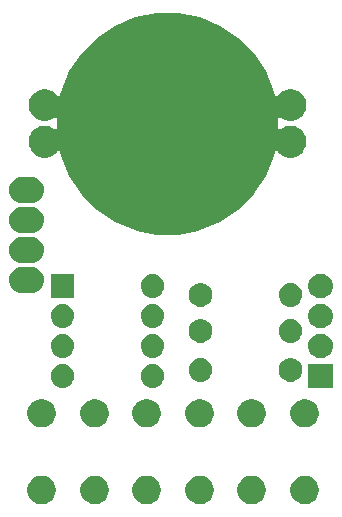
<source format=gbr>
G04 #@! TF.GenerationSoftware,KiCad,Pcbnew,(5.0.1)-4*
G04 #@! TF.CreationDate,2018-12-10T10:24:33+00:00*
G04 #@! TF.ProjectId,tinytetris,74696E797465747269732E6B69636164,rev?*
G04 #@! TF.SameCoordinates,Original*
G04 #@! TF.FileFunction,Soldermask,Top*
G04 #@! TF.FilePolarity,Negative*
%FSLAX46Y46*%
G04 Gerber Fmt 4.6, Leading zero omitted, Abs format (unit mm)*
G04 Created by KiCad (PCBNEW (5.0.1)-4) date 10/12/2018 10:24:33*
%MOMM*%
%LPD*%
G01*
G04 APERTURE LIST*
%ADD10C,0.100000*%
G04 APERTURE END LIST*
D10*
G36*
X164108026Y-112130115D02*
X164326412Y-112220573D01*
X164522958Y-112351901D01*
X164690099Y-112519042D01*
X164821427Y-112715588D01*
X164911885Y-112933974D01*
X164958000Y-113165809D01*
X164958000Y-113402191D01*
X164911885Y-113634026D01*
X164821427Y-113852412D01*
X164690099Y-114048958D01*
X164522958Y-114216099D01*
X164326412Y-114347427D01*
X164108026Y-114437885D01*
X163876191Y-114484000D01*
X163639809Y-114484000D01*
X163407974Y-114437885D01*
X163189588Y-114347427D01*
X162993042Y-114216099D01*
X162825901Y-114048958D01*
X162694573Y-113852412D01*
X162604115Y-113634026D01*
X162558000Y-113402191D01*
X162558000Y-113165809D01*
X162604115Y-112933974D01*
X162694573Y-112715588D01*
X162825901Y-112519042D01*
X162993042Y-112351901D01*
X163189588Y-112220573D01*
X163407974Y-112130115D01*
X163639809Y-112084000D01*
X163876191Y-112084000D01*
X164108026Y-112130115D01*
X164108026Y-112130115D01*
G37*
G36*
X159608026Y-112130115D02*
X159826412Y-112220573D01*
X160022958Y-112351901D01*
X160190099Y-112519042D01*
X160321427Y-112715588D01*
X160411885Y-112933974D01*
X160458000Y-113165809D01*
X160458000Y-113402191D01*
X160411885Y-113634026D01*
X160321427Y-113852412D01*
X160190099Y-114048958D01*
X160022958Y-114216099D01*
X159826412Y-114347427D01*
X159608026Y-114437885D01*
X159376191Y-114484000D01*
X159139809Y-114484000D01*
X158907974Y-114437885D01*
X158689588Y-114347427D01*
X158493042Y-114216099D01*
X158325901Y-114048958D01*
X158194573Y-113852412D01*
X158104115Y-113634026D01*
X158058000Y-113402191D01*
X158058000Y-113165809D01*
X158104115Y-112933974D01*
X158194573Y-112715588D01*
X158325901Y-112519042D01*
X158493042Y-112351901D01*
X158689588Y-112220573D01*
X158907974Y-112130115D01*
X159139809Y-112084000D01*
X159376191Y-112084000D01*
X159608026Y-112130115D01*
X159608026Y-112130115D01*
G37*
G36*
X141828026Y-112130115D02*
X142046412Y-112220573D01*
X142242958Y-112351901D01*
X142410099Y-112519042D01*
X142541427Y-112715588D01*
X142631885Y-112933974D01*
X142678000Y-113165809D01*
X142678000Y-113402191D01*
X142631885Y-113634026D01*
X142541427Y-113852412D01*
X142410099Y-114048958D01*
X142242958Y-114216099D01*
X142046412Y-114347427D01*
X141828026Y-114437885D01*
X141596191Y-114484000D01*
X141359809Y-114484000D01*
X141127974Y-114437885D01*
X140909588Y-114347427D01*
X140713042Y-114216099D01*
X140545901Y-114048958D01*
X140414573Y-113852412D01*
X140324115Y-113634026D01*
X140278000Y-113402191D01*
X140278000Y-113165809D01*
X140324115Y-112933974D01*
X140414573Y-112715588D01*
X140545901Y-112519042D01*
X140713042Y-112351901D01*
X140909588Y-112220573D01*
X141127974Y-112130115D01*
X141359809Y-112084000D01*
X141596191Y-112084000D01*
X141828026Y-112130115D01*
X141828026Y-112130115D01*
G37*
G36*
X146328026Y-112130115D02*
X146546412Y-112220573D01*
X146742958Y-112351901D01*
X146910099Y-112519042D01*
X147041427Y-112715588D01*
X147131885Y-112933974D01*
X147178000Y-113165809D01*
X147178000Y-113402191D01*
X147131885Y-113634026D01*
X147041427Y-113852412D01*
X146910099Y-114048958D01*
X146742958Y-114216099D01*
X146546412Y-114347427D01*
X146328026Y-114437885D01*
X146096191Y-114484000D01*
X145859809Y-114484000D01*
X145627974Y-114437885D01*
X145409588Y-114347427D01*
X145213042Y-114216099D01*
X145045901Y-114048958D01*
X144914573Y-113852412D01*
X144824115Y-113634026D01*
X144778000Y-113402191D01*
X144778000Y-113165809D01*
X144824115Y-112933974D01*
X144914573Y-112715588D01*
X145045901Y-112519042D01*
X145213042Y-112351901D01*
X145409588Y-112220573D01*
X145627974Y-112130115D01*
X145859809Y-112084000D01*
X146096191Y-112084000D01*
X146328026Y-112130115D01*
X146328026Y-112130115D01*
G37*
G36*
X150718026Y-112130115D02*
X150936412Y-112220573D01*
X151132958Y-112351901D01*
X151300099Y-112519042D01*
X151431427Y-112715588D01*
X151521885Y-112933974D01*
X151568000Y-113165809D01*
X151568000Y-113402191D01*
X151521885Y-113634026D01*
X151431427Y-113852412D01*
X151300099Y-114048958D01*
X151132958Y-114216099D01*
X150936412Y-114347427D01*
X150718026Y-114437885D01*
X150486191Y-114484000D01*
X150249809Y-114484000D01*
X150017974Y-114437885D01*
X149799588Y-114347427D01*
X149603042Y-114216099D01*
X149435901Y-114048958D01*
X149304573Y-113852412D01*
X149214115Y-113634026D01*
X149168000Y-113402191D01*
X149168000Y-113165809D01*
X149214115Y-112933974D01*
X149304573Y-112715588D01*
X149435901Y-112519042D01*
X149603042Y-112351901D01*
X149799588Y-112220573D01*
X150017974Y-112130115D01*
X150249809Y-112084000D01*
X150486191Y-112084000D01*
X150718026Y-112130115D01*
X150718026Y-112130115D01*
G37*
G36*
X155218026Y-112130115D02*
X155436412Y-112220573D01*
X155632958Y-112351901D01*
X155800099Y-112519042D01*
X155931427Y-112715588D01*
X156021885Y-112933974D01*
X156068000Y-113165809D01*
X156068000Y-113402191D01*
X156021885Y-113634026D01*
X155931427Y-113852412D01*
X155800099Y-114048958D01*
X155632958Y-114216099D01*
X155436412Y-114347427D01*
X155218026Y-114437885D01*
X154986191Y-114484000D01*
X154749809Y-114484000D01*
X154517974Y-114437885D01*
X154299588Y-114347427D01*
X154103042Y-114216099D01*
X153935901Y-114048958D01*
X153804573Y-113852412D01*
X153714115Y-113634026D01*
X153668000Y-113402191D01*
X153668000Y-113165809D01*
X153714115Y-112933974D01*
X153804573Y-112715588D01*
X153935901Y-112519042D01*
X154103042Y-112351901D01*
X154299588Y-112220573D01*
X154517974Y-112130115D01*
X154749809Y-112084000D01*
X154986191Y-112084000D01*
X155218026Y-112130115D01*
X155218026Y-112130115D01*
G37*
G36*
X150718026Y-105630115D02*
X150936412Y-105720573D01*
X151132958Y-105851901D01*
X151300099Y-106019042D01*
X151431427Y-106215588D01*
X151521885Y-106433974D01*
X151568000Y-106665809D01*
X151568000Y-106902191D01*
X151521885Y-107134026D01*
X151431427Y-107352412D01*
X151300099Y-107548958D01*
X151132958Y-107716099D01*
X150936412Y-107847427D01*
X150718026Y-107937885D01*
X150486191Y-107984000D01*
X150249809Y-107984000D01*
X150017974Y-107937885D01*
X149799588Y-107847427D01*
X149603042Y-107716099D01*
X149435901Y-107548958D01*
X149304573Y-107352412D01*
X149214115Y-107134026D01*
X149168000Y-106902191D01*
X149168000Y-106665809D01*
X149214115Y-106433974D01*
X149304573Y-106215588D01*
X149435901Y-106019042D01*
X149603042Y-105851901D01*
X149799588Y-105720573D01*
X150017974Y-105630115D01*
X150249809Y-105584000D01*
X150486191Y-105584000D01*
X150718026Y-105630115D01*
X150718026Y-105630115D01*
G37*
G36*
X155218026Y-105630115D02*
X155436412Y-105720573D01*
X155632958Y-105851901D01*
X155800099Y-106019042D01*
X155931427Y-106215588D01*
X156021885Y-106433974D01*
X156068000Y-106665809D01*
X156068000Y-106902191D01*
X156021885Y-107134026D01*
X155931427Y-107352412D01*
X155800099Y-107548958D01*
X155632958Y-107716099D01*
X155436412Y-107847427D01*
X155218026Y-107937885D01*
X154986191Y-107984000D01*
X154749809Y-107984000D01*
X154517974Y-107937885D01*
X154299588Y-107847427D01*
X154103042Y-107716099D01*
X153935901Y-107548958D01*
X153804573Y-107352412D01*
X153714115Y-107134026D01*
X153668000Y-106902191D01*
X153668000Y-106665809D01*
X153714115Y-106433974D01*
X153804573Y-106215588D01*
X153935901Y-106019042D01*
X154103042Y-105851901D01*
X154299588Y-105720573D01*
X154517974Y-105630115D01*
X154749809Y-105584000D01*
X154986191Y-105584000D01*
X155218026Y-105630115D01*
X155218026Y-105630115D01*
G37*
G36*
X164108026Y-105630115D02*
X164326412Y-105720573D01*
X164522958Y-105851901D01*
X164690099Y-106019042D01*
X164821427Y-106215588D01*
X164911885Y-106433974D01*
X164958000Y-106665809D01*
X164958000Y-106902191D01*
X164911885Y-107134026D01*
X164821427Y-107352412D01*
X164690099Y-107548958D01*
X164522958Y-107716099D01*
X164326412Y-107847427D01*
X164108026Y-107937885D01*
X163876191Y-107984000D01*
X163639809Y-107984000D01*
X163407974Y-107937885D01*
X163189588Y-107847427D01*
X162993042Y-107716099D01*
X162825901Y-107548958D01*
X162694573Y-107352412D01*
X162604115Y-107134026D01*
X162558000Y-106902191D01*
X162558000Y-106665809D01*
X162604115Y-106433974D01*
X162694573Y-106215588D01*
X162825901Y-106019042D01*
X162993042Y-105851901D01*
X163189588Y-105720573D01*
X163407974Y-105630115D01*
X163639809Y-105584000D01*
X163876191Y-105584000D01*
X164108026Y-105630115D01*
X164108026Y-105630115D01*
G37*
G36*
X159608026Y-105630115D02*
X159826412Y-105720573D01*
X160022958Y-105851901D01*
X160190099Y-106019042D01*
X160321427Y-106215588D01*
X160411885Y-106433974D01*
X160458000Y-106665809D01*
X160458000Y-106902191D01*
X160411885Y-107134026D01*
X160321427Y-107352412D01*
X160190099Y-107548958D01*
X160022958Y-107716099D01*
X159826412Y-107847427D01*
X159608026Y-107937885D01*
X159376191Y-107984000D01*
X159139809Y-107984000D01*
X158907974Y-107937885D01*
X158689588Y-107847427D01*
X158493042Y-107716099D01*
X158325901Y-107548958D01*
X158194573Y-107352412D01*
X158104115Y-107134026D01*
X158058000Y-106902191D01*
X158058000Y-106665809D01*
X158104115Y-106433974D01*
X158194573Y-106215588D01*
X158325901Y-106019042D01*
X158493042Y-105851901D01*
X158689588Y-105720573D01*
X158907974Y-105630115D01*
X159139809Y-105584000D01*
X159376191Y-105584000D01*
X159608026Y-105630115D01*
X159608026Y-105630115D01*
G37*
G36*
X146328026Y-105630115D02*
X146546412Y-105720573D01*
X146742958Y-105851901D01*
X146910099Y-106019042D01*
X147041427Y-106215588D01*
X147131885Y-106433974D01*
X147178000Y-106665809D01*
X147178000Y-106902191D01*
X147131885Y-107134026D01*
X147041427Y-107352412D01*
X146910099Y-107548958D01*
X146742958Y-107716099D01*
X146546412Y-107847427D01*
X146328026Y-107937885D01*
X146096191Y-107984000D01*
X145859809Y-107984000D01*
X145627974Y-107937885D01*
X145409588Y-107847427D01*
X145213042Y-107716099D01*
X145045901Y-107548958D01*
X144914573Y-107352412D01*
X144824115Y-107134026D01*
X144778000Y-106902191D01*
X144778000Y-106665809D01*
X144824115Y-106433974D01*
X144914573Y-106215588D01*
X145045901Y-106019042D01*
X145213042Y-105851901D01*
X145409588Y-105720573D01*
X145627974Y-105630115D01*
X145859809Y-105584000D01*
X146096191Y-105584000D01*
X146328026Y-105630115D01*
X146328026Y-105630115D01*
G37*
G36*
X141828026Y-105630115D02*
X142046412Y-105720573D01*
X142242958Y-105851901D01*
X142410099Y-106019042D01*
X142541427Y-106215588D01*
X142631885Y-106433974D01*
X142678000Y-106665809D01*
X142678000Y-106902191D01*
X142631885Y-107134026D01*
X142541427Y-107352412D01*
X142410099Y-107548958D01*
X142242958Y-107716099D01*
X142046412Y-107847427D01*
X141828026Y-107937885D01*
X141596191Y-107984000D01*
X141359809Y-107984000D01*
X141127974Y-107937885D01*
X140909588Y-107847427D01*
X140713042Y-107716099D01*
X140545901Y-107548958D01*
X140414573Y-107352412D01*
X140324115Y-107134026D01*
X140278000Y-106902191D01*
X140278000Y-106665809D01*
X140324115Y-106433974D01*
X140414573Y-106215588D01*
X140545901Y-106019042D01*
X140713042Y-105851901D01*
X140909588Y-105720573D01*
X141127974Y-105630115D01*
X141359809Y-105584000D01*
X141596191Y-105584000D01*
X141828026Y-105630115D01*
X141828026Y-105630115D01*
G37*
G36*
X166150000Y-104682000D02*
X164050000Y-104682000D01*
X164050000Y-102582000D01*
X166150000Y-102582000D01*
X166150000Y-104682000D01*
X166150000Y-104682000D01*
G37*
G36*
X143452030Y-102646469D02*
X143452033Y-102646470D01*
X143452034Y-102646470D01*
X143640535Y-102703651D01*
X143640537Y-102703652D01*
X143814260Y-102796509D01*
X143966528Y-102921472D01*
X144091491Y-103073740D01*
X144171000Y-103222491D01*
X144184349Y-103247465D01*
X144235378Y-103415686D01*
X144241531Y-103435970D01*
X144260838Y-103632000D01*
X144241531Y-103828030D01*
X144241530Y-103828033D01*
X144241530Y-103828034D01*
X144201653Y-103959492D01*
X144184348Y-104016537D01*
X144091491Y-104190260D01*
X143966528Y-104342528D01*
X143814260Y-104467491D01*
X143814258Y-104467492D01*
X143640535Y-104560349D01*
X143452034Y-104617530D01*
X143452033Y-104617530D01*
X143452030Y-104617531D01*
X143305124Y-104632000D01*
X143206876Y-104632000D01*
X143059970Y-104617531D01*
X143059967Y-104617530D01*
X143059966Y-104617530D01*
X142871465Y-104560349D01*
X142697742Y-104467492D01*
X142697740Y-104467491D01*
X142545472Y-104342528D01*
X142420509Y-104190260D01*
X142327652Y-104016537D01*
X142310348Y-103959492D01*
X142270470Y-103828034D01*
X142270470Y-103828033D01*
X142270469Y-103828030D01*
X142251162Y-103632000D01*
X142270469Y-103435970D01*
X142276622Y-103415686D01*
X142327651Y-103247465D01*
X142341000Y-103222491D01*
X142420509Y-103073740D01*
X142545472Y-102921472D01*
X142697740Y-102796509D01*
X142871463Y-102703652D01*
X142871465Y-102703651D01*
X143059966Y-102646470D01*
X143059967Y-102646470D01*
X143059970Y-102646469D01*
X143206876Y-102632000D01*
X143305124Y-102632000D01*
X143452030Y-102646469D01*
X143452030Y-102646469D01*
G37*
G36*
X151072030Y-102646469D02*
X151072033Y-102646470D01*
X151072034Y-102646470D01*
X151260535Y-102703651D01*
X151260537Y-102703652D01*
X151434260Y-102796509D01*
X151586528Y-102921472D01*
X151711491Y-103073740D01*
X151791000Y-103222491D01*
X151804349Y-103247465D01*
X151855378Y-103415686D01*
X151861531Y-103435970D01*
X151880838Y-103632000D01*
X151861531Y-103828030D01*
X151861530Y-103828033D01*
X151861530Y-103828034D01*
X151821653Y-103959492D01*
X151804348Y-104016537D01*
X151711491Y-104190260D01*
X151586528Y-104342528D01*
X151434260Y-104467491D01*
X151434258Y-104467492D01*
X151260535Y-104560349D01*
X151072034Y-104617530D01*
X151072033Y-104617530D01*
X151072030Y-104617531D01*
X150925124Y-104632000D01*
X150826876Y-104632000D01*
X150679970Y-104617531D01*
X150679967Y-104617530D01*
X150679966Y-104617530D01*
X150491465Y-104560349D01*
X150317742Y-104467492D01*
X150317740Y-104467491D01*
X150165472Y-104342528D01*
X150040509Y-104190260D01*
X149947652Y-104016537D01*
X149930348Y-103959492D01*
X149890470Y-103828034D01*
X149890470Y-103828033D01*
X149890469Y-103828030D01*
X149871162Y-103632000D01*
X149890469Y-103435970D01*
X149896622Y-103415686D01*
X149947651Y-103247465D01*
X149961000Y-103222491D01*
X150040509Y-103073740D01*
X150165472Y-102921472D01*
X150317740Y-102796509D01*
X150491463Y-102703652D01*
X150491465Y-102703651D01*
X150679966Y-102646470D01*
X150679967Y-102646470D01*
X150679970Y-102646469D01*
X150826876Y-102632000D01*
X150925124Y-102632000D01*
X151072030Y-102646469D01*
X151072030Y-102646469D01*
G37*
G36*
X155136030Y-102138469D02*
X155136033Y-102138470D01*
X155136034Y-102138470D01*
X155324535Y-102195651D01*
X155324537Y-102195652D01*
X155498260Y-102288509D01*
X155650528Y-102413472D01*
X155775491Y-102565740D01*
X155775492Y-102565742D01*
X155868349Y-102739465D01*
X155885653Y-102796509D01*
X155925531Y-102927970D01*
X155944838Y-103124000D01*
X155925531Y-103320030D01*
X155925530Y-103320033D01*
X155925530Y-103320034D01*
X155890363Y-103435966D01*
X155868348Y-103508537D01*
X155775491Y-103682260D01*
X155650528Y-103834528D01*
X155498260Y-103959491D01*
X155324537Y-104052348D01*
X155324535Y-104052349D01*
X155136034Y-104109530D01*
X155136033Y-104109530D01*
X155136030Y-104109531D01*
X154989124Y-104124000D01*
X154890876Y-104124000D01*
X154743970Y-104109531D01*
X154743967Y-104109530D01*
X154743966Y-104109530D01*
X154555465Y-104052349D01*
X154555463Y-104052348D01*
X154381740Y-103959491D01*
X154229472Y-103834528D01*
X154104509Y-103682260D01*
X154011652Y-103508537D01*
X153989638Y-103435966D01*
X153954470Y-103320034D01*
X153954470Y-103320033D01*
X153954469Y-103320030D01*
X153935162Y-103124000D01*
X153954469Y-102927970D01*
X153994347Y-102796509D01*
X154011651Y-102739465D01*
X154104508Y-102565742D01*
X154104509Y-102565740D01*
X154229472Y-102413472D01*
X154381740Y-102288509D01*
X154555463Y-102195652D01*
X154555465Y-102195651D01*
X154743966Y-102138470D01*
X154743967Y-102138470D01*
X154743970Y-102138469D01*
X154890876Y-102124000D01*
X154989124Y-102124000D01*
X155136030Y-102138469D01*
X155136030Y-102138469D01*
G37*
G36*
X162735770Y-102139372D02*
X162851689Y-102162429D01*
X163033678Y-102237811D01*
X163197463Y-102347249D01*
X163336751Y-102486537D01*
X163446189Y-102650322D01*
X163521571Y-102832311D01*
X163544628Y-102948230D01*
X163560000Y-103025507D01*
X163560000Y-103222493D01*
X163544628Y-103299770D01*
X163521571Y-103415689D01*
X163446189Y-103597678D01*
X163336751Y-103761463D01*
X163197463Y-103900751D01*
X163033678Y-104010189D01*
X162851689Y-104085571D01*
X162735770Y-104108628D01*
X162658493Y-104124000D01*
X162461507Y-104124000D01*
X162384230Y-104108628D01*
X162268311Y-104085571D01*
X162086322Y-104010189D01*
X161922537Y-103900751D01*
X161783249Y-103761463D01*
X161673811Y-103597678D01*
X161598429Y-103415689D01*
X161575372Y-103299770D01*
X161560000Y-103222493D01*
X161560000Y-103025507D01*
X161575372Y-102948230D01*
X161598429Y-102832311D01*
X161673811Y-102650322D01*
X161783249Y-102486537D01*
X161922537Y-102347249D01*
X162086322Y-102237811D01*
X162268311Y-102162429D01*
X162384230Y-102139372D01*
X162461507Y-102124000D01*
X162658493Y-102124000D01*
X162735770Y-102139372D01*
X162735770Y-102139372D01*
G37*
G36*
X165228707Y-100049596D02*
X165305836Y-100057193D01*
X165437787Y-100097220D01*
X165503763Y-100117233D01*
X165686172Y-100214733D01*
X165846054Y-100345946D01*
X165977267Y-100505828D01*
X166074767Y-100688237D01*
X166080819Y-100708189D01*
X166134807Y-100886164D01*
X166155080Y-101092000D01*
X166134807Y-101297836D01*
X166094780Y-101429787D01*
X166074767Y-101495763D01*
X165977267Y-101678172D01*
X165846054Y-101838054D01*
X165686172Y-101969267D01*
X165503763Y-102066767D01*
X165468281Y-102077530D01*
X165305836Y-102126807D01*
X165228707Y-102134403D01*
X165151580Y-102142000D01*
X165048420Y-102142000D01*
X164971293Y-102134404D01*
X164894164Y-102126807D01*
X164731719Y-102077530D01*
X164696237Y-102066767D01*
X164513828Y-101969267D01*
X164353946Y-101838054D01*
X164222733Y-101678172D01*
X164125233Y-101495763D01*
X164105220Y-101429787D01*
X164065193Y-101297836D01*
X164044920Y-101092000D01*
X164065193Y-100886164D01*
X164119181Y-100708189D01*
X164125233Y-100688237D01*
X164222733Y-100505828D01*
X164353946Y-100345946D01*
X164513828Y-100214733D01*
X164696237Y-100117233D01*
X164762213Y-100097220D01*
X164894164Y-100057193D01*
X164971293Y-100049596D01*
X165048420Y-100042000D01*
X165151580Y-100042000D01*
X165228707Y-100049596D01*
X165228707Y-100049596D01*
G37*
G36*
X143452030Y-100106469D02*
X143452033Y-100106470D01*
X143452034Y-100106470D01*
X143640535Y-100163651D01*
X143640537Y-100163652D01*
X143814260Y-100256509D01*
X143966528Y-100381472D01*
X144091491Y-100533740D01*
X144091492Y-100533742D01*
X144184349Y-100707465D01*
X144238557Y-100886166D01*
X144241531Y-100895970D01*
X144260838Y-101092000D01*
X144241531Y-101288030D01*
X144241530Y-101288033D01*
X144241530Y-101288034D01*
X144238557Y-101297836D01*
X144184348Y-101476537D01*
X144091491Y-101650260D01*
X143966528Y-101802528D01*
X143814260Y-101927491D01*
X143814258Y-101927492D01*
X143640535Y-102020349D01*
X143452034Y-102077530D01*
X143452033Y-102077530D01*
X143452030Y-102077531D01*
X143305124Y-102092000D01*
X143206876Y-102092000D01*
X143059970Y-102077531D01*
X143059967Y-102077530D01*
X143059966Y-102077530D01*
X142871465Y-102020349D01*
X142697742Y-101927492D01*
X142697740Y-101927491D01*
X142545472Y-101802528D01*
X142420509Y-101650260D01*
X142327652Y-101476537D01*
X142273444Y-101297836D01*
X142270470Y-101288034D01*
X142270470Y-101288033D01*
X142270469Y-101288030D01*
X142251162Y-101092000D01*
X142270469Y-100895970D01*
X142273443Y-100886166D01*
X142327651Y-100707465D01*
X142420508Y-100533742D01*
X142420509Y-100533740D01*
X142545472Y-100381472D01*
X142697740Y-100256509D01*
X142871463Y-100163652D01*
X142871465Y-100163651D01*
X143059966Y-100106470D01*
X143059967Y-100106470D01*
X143059970Y-100106469D01*
X143206876Y-100092000D01*
X143305124Y-100092000D01*
X143452030Y-100106469D01*
X143452030Y-100106469D01*
G37*
G36*
X151072030Y-100106469D02*
X151072033Y-100106470D01*
X151072034Y-100106470D01*
X151260535Y-100163651D01*
X151260537Y-100163652D01*
X151434260Y-100256509D01*
X151586528Y-100381472D01*
X151711491Y-100533740D01*
X151711492Y-100533742D01*
X151804349Y-100707465D01*
X151858557Y-100886166D01*
X151861531Y-100895970D01*
X151880838Y-101092000D01*
X151861531Y-101288030D01*
X151861530Y-101288033D01*
X151861530Y-101288034D01*
X151858557Y-101297836D01*
X151804348Y-101476537D01*
X151711491Y-101650260D01*
X151586528Y-101802528D01*
X151434260Y-101927491D01*
X151434258Y-101927492D01*
X151260535Y-102020349D01*
X151072034Y-102077530D01*
X151072033Y-102077530D01*
X151072030Y-102077531D01*
X150925124Y-102092000D01*
X150826876Y-102092000D01*
X150679970Y-102077531D01*
X150679967Y-102077530D01*
X150679966Y-102077530D01*
X150491465Y-102020349D01*
X150317742Y-101927492D01*
X150317740Y-101927491D01*
X150165472Y-101802528D01*
X150040509Y-101650260D01*
X149947652Y-101476537D01*
X149893444Y-101297836D01*
X149890470Y-101288034D01*
X149890470Y-101288033D01*
X149890469Y-101288030D01*
X149871162Y-101092000D01*
X149890469Y-100895970D01*
X149893443Y-100886166D01*
X149947651Y-100707465D01*
X150040508Y-100533742D01*
X150040509Y-100533740D01*
X150165472Y-100381472D01*
X150317740Y-100256509D01*
X150491463Y-100163652D01*
X150491465Y-100163651D01*
X150679966Y-100106470D01*
X150679967Y-100106470D01*
X150679970Y-100106469D01*
X150826876Y-100092000D01*
X150925124Y-100092000D01*
X151072030Y-100106469D01*
X151072030Y-100106469D01*
G37*
G36*
X162756030Y-98836469D02*
X162756033Y-98836470D01*
X162756034Y-98836470D01*
X162944535Y-98893651D01*
X162944537Y-98893652D01*
X163118260Y-98986509D01*
X163270528Y-99111472D01*
X163395491Y-99263740D01*
X163395492Y-99263742D01*
X163488349Y-99437465D01*
X163533651Y-99586807D01*
X163545531Y-99625970D01*
X163564838Y-99822000D01*
X163545531Y-100018030D01*
X163545530Y-100018033D01*
X163545530Y-100018034D01*
X163501358Y-100163651D01*
X163488348Y-100206537D01*
X163395491Y-100380260D01*
X163270528Y-100532528D01*
X163118260Y-100657491D01*
X163118258Y-100657492D01*
X162944535Y-100750349D01*
X162756034Y-100807530D01*
X162756033Y-100807530D01*
X162756030Y-100807531D01*
X162609124Y-100822000D01*
X162510876Y-100822000D01*
X162363970Y-100807531D01*
X162363967Y-100807530D01*
X162363966Y-100807530D01*
X162175465Y-100750349D01*
X162001742Y-100657492D01*
X162001740Y-100657491D01*
X161849472Y-100532528D01*
X161724509Y-100380260D01*
X161631652Y-100206537D01*
X161618643Y-100163651D01*
X161574470Y-100018034D01*
X161574470Y-100018033D01*
X161574469Y-100018030D01*
X161555162Y-99822000D01*
X161574469Y-99625970D01*
X161586349Y-99586807D01*
X161631651Y-99437465D01*
X161724508Y-99263742D01*
X161724509Y-99263740D01*
X161849472Y-99111472D01*
X162001740Y-98986509D01*
X162175463Y-98893652D01*
X162175465Y-98893651D01*
X162363966Y-98836470D01*
X162363967Y-98836470D01*
X162363970Y-98836469D01*
X162510876Y-98822000D01*
X162609124Y-98822000D01*
X162756030Y-98836469D01*
X162756030Y-98836469D01*
G37*
G36*
X155115770Y-98837372D02*
X155231689Y-98860429D01*
X155413678Y-98935811D01*
X155577463Y-99045249D01*
X155716751Y-99184537D01*
X155826189Y-99348322D01*
X155901571Y-99530311D01*
X155940000Y-99723509D01*
X155940000Y-99920491D01*
X155901571Y-100113689D01*
X155826189Y-100295678D01*
X155716751Y-100459463D01*
X155577463Y-100598751D01*
X155413678Y-100708189D01*
X155231689Y-100783571D01*
X155115770Y-100806628D01*
X155038493Y-100822000D01*
X154841507Y-100822000D01*
X154764230Y-100806628D01*
X154648311Y-100783571D01*
X154466322Y-100708189D01*
X154302537Y-100598751D01*
X154163249Y-100459463D01*
X154053811Y-100295678D01*
X153978429Y-100113689D01*
X153940000Y-99920491D01*
X153940000Y-99723509D01*
X153978429Y-99530311D01*
X154053811Y-99348322D01*
X154163249Y-99184537D01*
X154302537Y-99045249D01*
X154466322Y-98935811D01*
X154648311Y-98860429D01*
X154764230Y-98837372D01*
X154841507Y-98822000D01*
X155038493Y-98822000D01*
X155115770Y-98837372D01*
X155115770Y-98837372D01*
G37*
G36*
X165228707Y-97509596D02*
X165305836Y-97517193D01*
X165437787Y-97557220D01*
X165503763Y-97577233D01*
X165686172Y-97674733D01*
X165846054Y-97805946D01*
X165977267Y-97965828D01*
X166074767Y-98148237D01*
X166094780Y-98214213D01*
X166134807Y-98346164D01*
X166155080Y-98552000D01*
X166134807Y-98757836D01*
X166103686Y-98860429D01*
X166074767Y-98955763D01*
X165977267Y-99138172D01*
X165846054Y-99298054D01*
X165686172Y-99429267D01*
X165503763Y-99526767D01*
X165468281Y-99537530D01*
X165305836Y-99586807D01*
X165228707Y-99594403D01*
X165151580Y-99602000D01*
X165048420Y-99602000D01*
X164971293Y-99594403D01*
X164894164Y-99586807D01*
X164731719Y-99537530D01*
X164696237Y-99526767D01*
X164513828Y-99429267D01*
X164353946Y-99298054D01*
X164222733Y-99138172D01*
X164125233Y-98955763D01*
X164096314Y-98860429D01*
X164065193Y-98757836D01*
X164044920Y-98552000D01*
X164065193Y-98346164D01*
X164105220Y-98214213D01*
X164125233Y-98148237D01*
X164222733Y-97965828D01*
X164353946Y-97805946D01*
X164513828Y-97674733D01*
X164696237Y-97577233D01*
X164762213Y-97557220D01*
X164894164Y-97517193D01*
X164971293Y-97509596D01*
X165048420Y-97502000D01*
X165151580Y-97502000D01*
X165228707Y-97509596D01*
X165228707Y-97509596D01*
G37*
G36*
X151072030Y-97566469D02*
X151072033Y-97566470D01*
X151072034Y-97566470D01*
X151260535Y-97623651D01*
X151260537Y-97623652D01*
X151434260Y-97716509D01*
X151586528Y-97841472D01*
X151711491Y-97993740D01*
X151711492Y-97993742D01*
X151804349Y-98167465D01*
X151858557Y-98346166D01*
X151861531Y-98355970D01*
X151880838Y-98552000D01*
X151861531Y-98748030D01*
X151861530Y-98748033D01*
X151861530Y-98748034D01*
X151804569Y-98935811D01*
X151804348Y-98936537D01*
X151711491Y-99110260D01*
X151586528Y-99262528D01*
X151434260Y-99387491D01*
X151434258Y-99387492D01*
X151260535Y-99480349D01*
X151072034Y-99537530D01*
X151072033Y-99537530D01*
X151072030Y-99537531D01*
X150925124Y-99552000D01*
X150826876Y-99552000D01*
X150679970Y-99537531D01*
X150679967Y-99537530D01*
X150679966Y-99537530D01*
X150491465Y-99480349D01*
X150317742Y-99387492D01*
X150317740Y-99387491D01*
X150165472Y-99262528D01*
X150040509Y-99110260D01*
X149947652Y-98936537D01*
X149947432Y-98935811D01*
X149890470Y-98748034D01*
X149890470Y-98748033D01*
X149890469Y-98748030D01*
X149871162Y-98552000D01*
X149890469Y-98355970D01*
X149893443Y-98346166D01*
X149947651Y-98167465D01*
X150040508Y-97993742D01*
X150040509Y-97993740D01*
X150165472Y-97841472D01*
X150317740Y-97716509D01*
X150491463Y-97623652D01*
X150491465Y-97623651D01*
X150679966Y-97566470D01*
X150679967Y-97566470D01*
X150679970Y-97566469D01*
X150826876Y-97552000D01*
X150925124Y-97552000D01*
X151072030Y-97566469D01*
X151072030Y-97566469D01*
G37*
G36*
X143452030Y-97566469D02*
X143452033Y-97566470D01*
X143452034Y-97566470D01*
X143640535Y-97623651D01*
X143640537Y-97623652D01*
X143814260Y-97716509D01*
X143966528Y-97841472D01*
X144091491Y-97993740D01*
X144091492Y-97993742D01*
X144184349Y-98167465D01*
X144238557Y-98346166D01*
X144241531Y-98355970D01*
X144260838Y-98552000D01*
X144241531Y-98748030D01*
X144241530Y-98748033D01*
X144241530Y-98748034D01*
X144184569Y-98935811D01*
X144184348Y-98936537D01*
X144091491Y-99110260D01*
X143966528Y-99262528D01*
X143814260Y-99387491D01*
X143814258Y-99387492D01*
X143640535Y-99480349D01*
X143452034Y-99537530D01*
X143452033Y-99537530D01*
X143452030Y-99537531D01*
X143305124Y-99552000D01*
X143206876Y-99552000D01*
X143059970Y-99537531D01*
X143059967Y-99537530D01*
X143059966Y-99537530D01*
X142871465Y-99480349D01*
X142697742Y-99387492D01*
X142697740Y-99387491D01*
X142545472Y-99262528D01*
X142420509Y-99110260D01*
X142327652Y-98936537D01*
X142327432Y-98935811D01*
X142270470Y-98748034D01*
X142270470Y-98748033D01*
X142270469Y-98748030D01*
X142251162Y-98552000D01*
X142270469Y-98355970D01*
X142273443Y-98346166D01*
X142327651Y-98167465D01*
X142420508Y-97993742D01*
X142420509Y-97993740D01*
X142545472Y-97841472D01*
X142697740Y-97716509D01*
X142871463Y-97623652D01*
X142871465Y-97623651D01*
X143059966Y-97566470D01*
X143059967Y-97566470D01*
X143059970Y-97566469D01*
X143206876Y-97552000D01*
X143305124Y-97552000D01*
X143452030Y-97566469D01*
X143452030Y-97566469D01*
G37*
G36*
X155115770Y-95789372D02*
X155231689Y-95812429D01*
X155413678Y-95887811D01*
X155577463Y-95997249D01*
X155716751Y-96136537D01*
X155826189Y-96300322D01*
X155901571Y-96482311D01*
X155940000Y-96675509D01*
X155940000Y-96872491D01*
X155901571Y-97065689D01*
X155826189Y-97247678D01*
X155716751Y-97411463D01*
X155577463Y-97550751D01*
X155413678Y-97660189D01*
X155231689Y-97735571D01*
X155115770Y-97758628D01*
X155038493Y-97774000D01*
X154841507Y-97774000D01*
X154764230Y-97758628D01*
X154648311Y-97735571D01*
X154466322Y-97660189D01*
X154302537Y-97550751D01*
X154163249Y-97411463D01*
X154053811Y-97247678D01*
X153978429Y-97065689D01*
X153940000Y-96872491D01*
X153940000Y-96675509D01*
X153978429Y-96482311D01*
X154053811Y-96300322D01*
X154163249Y-96136537D01*
X154302537Y-95997249D01*
X154466322Y-95887811D01*
X154648311Y-95812429D01*
X154764230Y-95789372D01*
X154841507Y-95774000D01*
X155038493Y-95774000D01*
X155115770Y-95789372D01*
X155115770Y-95789372D01*
G37*
G36*
X162756030Y-95788469D02*
X162756033Y-95788470D01*
X162756034Y-95788470D01*
X162944535Y-95845651D01*
X162944537Y-95845652D01*
X163118260Y-95938509D01*
X163270528Y-96063472D01*
X163395491Y-96215740D01*
X163395492Y-96215742D01*
X163488349Y-96389465D01*
X163490494Y-96396537D01*
X163545531Y-96577970D01*
X163564838Y-96774000D01*
X163545531Y-96970030D01*
X163488348Y-97158537D01*
X163395491Y-97332260D01*
X163270528Y-97484528D01*
X163118260Y-97609491D01*
X163091767Y-97623652D01*
X162944535Y-97702349D01*
X162756034Y-97759530D01*
X162756033Y-97759530D01*
X162756030Y-97759531D01*
X162609124Y-97774000D01*
X162510876Y-97774000D01*
X162363970Y-97759531D01*
X162363967Y-97759530D01*
X162363966Y-97759530D01*
X162175465Y-97702349D01*
X162028233Y-97623652D01*
X162001740Y-97609491D01*
X161849472Y-97484528D01*
X161724509Y-97332260D01*
X161631652Y-97158537D01*
X161574469Y-96970030D01*
X161555162Y-96774000D01*
X161574469Y-96577970D01*
X161629506Y-96396537D01*
X161631651Y-96389465D01*
X161724508Y-96215742D01*
X161724509Y-96215740D01*
X161849472Y-96063472D01*
X162001740Y-95938509D01*
X162175463Y-95845652D01*
X162175465Y-95845651D01*
X162363966Y-95788470D01*
X162363967Y-95788470D01*
X162363970Y-95788469D01*
X162510876Y-95774000D01*
X162609124Y-95774000D01*
X162756030Y-95788469D01*
X162756030Y-95788469D01*
G37*
G36*
X165228707Y-94969596D02*
X165305836Y-94977193D01*
X165437787Y-95017220D01*
X165503763Y-95037233D01*
X165686172Y-95134733D01*
X165846054Y-95265946D01*
X165977267Y-95425828D01*
X166074767Y-95608237D01*
X166094780Y-95674213D01*
X166134807Y-95806164D01*
X166155080Y-96012000D01*
X166134807Y-96217836D01*
X166114257Y-96285581D01*
X166074767Y-96415763D01*
X165977267Y-96598172D01*
X165846054Y-96758054D01*
X165686172Y-96889267D01*
X165503763Y-96986767D01*
X165468281Y-96997530D01*
X165305836Y-97046807D01*
X165228707Y-97054403D01*
X165151580Y-97062000D01*
X165048420Y-97062000D01*
X164971293Y-97054403D01*
X164894164Y-97046807D01*
X164731719Y-96997530D01*
X164696237Y-96986767D01*
X164513828Y-96889267D01*
X164353946Y-96758054D01*
X164222733Y-96598172D01*
X164125233Y-96415763D01*
X164085743Y-96285581D01*
X164065193Y-96217836D01*
X164044920Y-96012000D01*
X164065193Y-95806164D01*
X164105220Y-95674213D01*
X164125233Y-95608237D01*
X164222733Y-95425828D01*
X164353946Y-95265946D01*
X164513828Y-95134733D01*
X164696237Y-95037233D01*
X164762213Y-95017220D01*
X164894164Y-94977193D01*
X164971293Y-94969596D01*
X165048420Y-94962000D01*
X165151580Y-94962000D01*
X165228707Y-94969596D01*
X165228707Y-94969596D01*
G37*
G36*
X144256000Y-97012000D02*
X142256000Y-97012000D01*
X142256000Y-95012000D01*
X144256000Y-95012000D01*
X144256000Y-97012000D01*
X144256000Y-97012000D01*
G37*
G36*
X151072030Y-95026469D02*
X151072033Y-95026470D01*
X151072034Y-95026470D01*
X151260535Y-95083651D01*
X151260537Y-95083652D01*
X151434260Y-95176509D01*
X151586528Y-95301472D01*
X151711491Y-95453740D01*
X151794071Y-95608237D01*
X151804349Y-95627465D01*
X151858557Y-95806166D01*
X151861531Y-95815970D01*
X151880838Y-96012000D01*
X151861531Y-96208030D01*
X151861530Y-96208033D01*
X151861530Y-96208034D01*
X151806494Y-96389465D01*
X151804348Y-96396537D01*
X151711491Y-96570260D01*
X151586528Y-96722528D01*
X151434260Y-96847491D01*
X151356103Y-96889267D01*
X151260535Y-96940349D01*
X151072034Y-96997530D01*
X151072033Y-96997530D01*
X151072030Y-96997531D01*
X150925124Y-97012000D01*
X150826876Y-97012000D01*
X150679970Y-96997531D01*
X150679967Y-96997530D01*
X150679966Y-96997530D01*
X150491465Y-96940349D01*
X150395897Y-96889267D01*
X150317740Y-96847491D01*
X150165472Y-96722528D01*
X150040509Y-96570260D01*
X149947652Y-96396537D01*
X149945507Y-96389465D01*
X149890470Y-96208034D01*
X149890470Y-96208033D01*
X149890469Y-96208030D01*
X149871162Y-96012000D01*
X149890469Y-95815970D01*
X149893443Y-95806166D01*
X149947651Y-95627465D01*
X149957929Y-95608237D01*
X150040509Y-95453740D01*
X150165472Y-95301472D01*
X150317740Y-95176509D01*
X150491463Y-95083652D01*
X150491465Y-95083651D01*
X150679966Y-95026470D01*
X150679967Y-95026470D01*
X150679970Y-95026469D01*
X150826876Y-95012000D01*
X150925124Y-95012000D01*
X151072030Y-95026469D01*
X151072030Y-95026469D01*
G37*
G36*
X140823639Y-94419916D02*
X141030986Y-94482815D01*
X141030988Y-94482816D01*
X141222084Y-94584958D01*
X141389581Y-94722419D01*
X141527042Y-94889916D01*
X141600030Y-95026469D01*
X141629185Y-95081014D01*
X141692084Y-95288361D01*
X141713322Y-95504000D01*
X141692084Y-95719639D01*
X141641069Y-95887811D01*
X141629184Y-95926988D01*
X141527042Y-96118084D01*
X141389581Y-96285581D01*
X141222084Y-96423042D01*
X141030988Y-96525184D01*
X141030986Y-96525185D01*
X140823639Y-96588084D01*
X140662038Y-96604000D01*
X139753962Y-96604000D01*
X139592361Y-96588084D01*
X139385014Y-96525185D01*
X139385012Y-96525184D01*
X139193916Y-96423042D01*
X139026419Y-96285581D01*
X138888958Y-96118084D01*
X138786816Y-95926988D01*
X138774932Y-95887811D01*
X138723916Y-95719639D01*
X138702678Y-95504000D01*
X138723916Y-95288361D01*
X138786815Y-95081014D01*
X138815970Y-95026469D01*
X138888958Y-94889916D01*
X139026419Y-94722419D01*
X139193916Y-94584958D01*
X139385012Y-94482816D01*
X139385014Y-94482815D01*
X139592361Y-94419916D01*
X139753962Y-94404000D01*
X140662038Y-94404000D01*
X140823639Y-94419916D01*
X140823639Y-94419916D01*
G37*
G36*
X140823639Y-91879916D02*
X141030986Y-91942815D01*
X141030988Y-91942816D01*
X141222084Y-92044958D01*
X141389581Y-92182419D01*
X141527042Y-92349916D01*
X141629184Y-92541012D01*
X141692084Y-92748362D01*
X141713322Y-92964000D01*
X141692084Y-93179638D01*
X141629184Y-93386988D01*
X141527042Y-93578084D01*
X141389581Y-93745581D01*
X141222084Y-93883042D01*
X141030988Y-93985184D01*
X141030986Y-93985185D01*
X140823639Y-94048084D01*
X140662038Y-94064000D01*
X139753962Y-94064000D01*
X139592361Y-94048084D01*
X139385014Y-93985185D01*
X139385012Y-93985184D01*
X139193916Y-93883042D01*
X139026419Y-93745581D01*
X138888958Y-93578084D01*
X138786816Y-93386988D01*
X138723916Y-93179638D01*
X138702678Y-92964000D01*
X138723916Y-92748362D01*
X138786816Y-92541012D01*
X138888958Y-92349916D01*
X139026419Y-92182419D01*
X139193916Y-92044958D01*
X139385012Y-91942816D01*
X139385014Y-91942815D01*
X139592361Y-91879916D01*
X139753962Y-91864000D01*
X140662038Y-91864000D01*
X140823639Y-91879916D01*
X140823639Y-91879916D01*
G37*
G36*
X153974972Y-73101138D02*
X154880587Y-73281276D01*
X156586728Y-73987982D01*
X158119240Y-75011975D01*
X158122217Y-75013964D01*
X159428036Y-76319783D01*
X159428038Y-76319786D01*
X160454018Y-77855272D01*
X161160724Y-79561413D01*
X161215228Y-79835422D01*
X161221082Y-79864855D01*
X161228195Y-79888304D01*
X161239746Y-79909915D01*
X161255292Y-79928857D01*
X161274234Y-79944403D01*
X161295844Y-79955954D01*
X161319294Y-79963067D01*
X161343680Y-79965469D01*
X161368066Y-79963067D01*
X161391515Y-79955954D01*
X161413126Y-79944403D01*
X161432068Y-79928857D01*
X161447614Y-79909915D01*
X161497388Y-79835423D01*
X161685422Y-79647389D01*
X161906534Y-79499646D01*
X162152222Y-79397879D01*
X162413035Y-79346000D01*
X162678965Y-79346000D01*
X162939778Y-79397879D01*
X163185466Y-79499646D01*
X163406578Y-79647389D01*
X163594611Y-79835422D01*
X163742354Y-80056534D01*
X163844121Y-80302222D01*
X163896000Y-80563035D01*
X163896000Y-80828965D01*
X163844121Y-81089778D01*
X163742354Y-81335466D01*
X163594611Y-81556578D01*
X163406578Y-81744611D01*
X163185466Y-81892354D01*
X162939778Y-81994121D01*
X162678965Y-82046000D01*
X162413035Y-82046000D01*
X162152222Y-81994121D01*
X161906534Y-81892354D01*
X161715446Y-81764673D01*
X161693835Y-81753122D01*
X161670386Y-81746009D01*
X161646000Y-81743607D01*
X161621614Y-81746009D01*
X161598165Y-81753122D01*
X161576554Y-81764673D01*
X161557612Y-81780219D01*
X161542066Y-81799161D01*
X161530515Y-81820772D01*
X161523402Y-81844221D01*
X161521000Y-81868607D01*
X161521000Y-82623393D01*
X161523402Y-82647779D01*
X161530515Y-82671228D01*
X161542066Y-82692839D01*
X161557612Y-82711781D01*
X161576554Y-82727327D01*
X161598165Y-82738878D01*
X161621614Y-82745991D01*
X161646000Y-82748393D01*
X161670386Y-82745991D01*
X161693835Y-82738878D01*
X161715446Y-82727327D01*
X161906534Y-82599646D01*
X162152222Y-82497879D01*
X162413035Y-82446000D01*
X162678965Y-82446000D01*
X162939778Y-82497879D01*
X163185466Y-82599646D01*
X163406578Y-82747389D01*
X163594611Y-82935422D01*
X163742354Y-83156534D01*
X163844121Y-83402222D01*
X163896000Y-83663035D01*
X163896000Y-83928965D01*
X163844121Y-84189778D01*
X163742354Y-84435466D01*
X163594611Y-84656578D01*
X163406578Y-84844611D01*
X163185466Y-84992354D01*
X162939778Y-85094121D01*
X162678965Y-85146000D01*
X162413035Y-85146000D01*
X162152222Y-85094121D01*
X161906534Y-84992354D01*
X161685422Y-84844611D01*
X161497390Y-84656579D01*
X161477383Y-84626636D01*
X161462940Y-84605022D01*
X161447396Y-84586082D01*
X161428454Y-84570537D01*
X161406843Y-84558986D01*
X161383394Y-84551873D01*
X161359008Y-84549471D01*
X161334621Y-84551873D01*
X161311172Y-84558986D01*
X161289561Y-84570537D01*
X161270619Y-84586083D01*
X161255074Y-84605025D01*
X161243523Y-84626636D01*
X161236412Y-84650080D01*
X161160724Y-85030587D01*
X160454018Y-86736728D01*
X159543349Y-88099639D01*
X159428036Y-88272217D01*
X158122217Y-89578036D01*
X158122214Y-89578038D01*
X156586728Y-90604018D01*
X154880587Y-91310724D01*
X154718113Y-91343042D01*
X153069358Y-91671000D01*
X151222642Y-91671000D01*
X149573887Y-91343042D01*
X149411413Y-91310724D01*
X147705272Y-90604018D01*
X146169786Y-89578038D01*
X146169783Y-89578036D01*
X144863964Y-88272217D01*
X144748651Y-88099639D01*
X143837982Y-86736728D01*
X143131276Y-85030587D01*
X143055588Y-84650080D01*
X143048477Y-84626636D01*
X143036926Y-84605025D01*
X143021380Y-84586083D01*
X143002438Y-84570537D01*
X142980828Y-84558986D01*
X142957378Y-84551873D01*
X142932992Y-84549471D01*
X142908606Y-84551873D01*
X142885157Y-84558986D01*
X142863546Y-84570537D01*
X142844604Y-84586083D01*
X142829060Y-84605022D01*
X142814618Y-84626636D01*
X142794610Y-84656579D01*
X142606578Y-84844611D01*
X142385466Y-84992354D01*
X142139778Y-85094121D01*
X141878965Y-85146000D01*
X141613035Y-85146000D01*
X141352222Y-85094121D01*
X141106534Y-84992354D01*
X140885422Y-84844611D01*
X140697389Y-84656578D01*
X140549646Y-84435466D01*
X140447879Y-84189778D01*
X140396000Y-83928965D01*
X140396000Y-83663035D01*
X140447879Y-83402222D01*
X140549646Y-83156534D01*
X140697389Y-82935422D01*
X140885422Y-82747389D01*
X141106534Y-82599646D01*
X141352222Y-82497879D01*
X141613035Y-82446000D01*
X141878965Y-82446000D01*
X142139778Y-82497879D01*
X142385466Y-82599646D01*
X142576554Y-82727327D01*
X142598165Y-82738878D01*
X142621614Y-82745991D01*
X142646000Y-82748393D01*
X142670386Y-82745991D01*
X142693835Y-82738878D01*
X142715446Y-82727327D01*
X142734388Y-82711781D01*
X142749934Y-82692839D01*
X142761485Y-82671228D01*
X142768598Y-82647779D01*
X142771000Y-82623393D01*
X142771000Y-81868607D01*
X142768598Y-81844221D01*
X142761485Y-81820772D01*
X142749934Y-81799161D01*
X142734388Y-81780219D01*
X142715446Y-81764673D01*
X142693835Y-81753122D01*
X142670386Y-81746009D01*
X142646000Y-81743607D01*
X142621614Y-81746009D01*
X142598165Y-81753122D01*
X142576554Y-81764673D01*
X142385466Y-81892354D01*
X142139778Y-81994121D01*
X141878965Y-82046000D01*
X141613035Y-82046000D01*
X141352222Y-81994121D01*
X141106534Y-81892354D01*
X140885422Y-81744611D01*
X140697389Y-81556578D01*
X140549646Y-81335466D01*
X140447879Y-81089778D01*
X140396000Y-80828965D01*
X140396000Y-80563035D01*
X140447879Y-80302222D01*
X140549646Y-80056534D01*
X140697389Y-79835422D01*
X140885422Y-79647389D01*
X141106534Y-79499646D01*
X141352222Y-79397879D01*
X141613035Y-79346000D01*
X141878965Y-79346000D01*
X142139778Y-79397879D01*
X142385466Y-79499646D01*
X142606578Y-79647389D01*
X142794612Y-79835423D01*
X142844386Y-79909915D01*
X142859932Y-79928858D01*
X142878874Y-79944403D01*
X142900485Y-79955954D01*
X142923934Y-79963067D01*
X142948320Y-79965469D01*
X142972707Y-79963067D01*
X142996156Y-79955954D01*
X143017766Y-79944403D01*
X143036709Y-79928857D01*
X143052254Y-79909915D01*
X143063805Y-79888304D01*
X143070918Y-79864855D01*
X143076773Y-79835422D01*
X143131276Y-79561413D01*
X143837982Y-77855272D01*
X144863962Y-76319786D01*
X144863964Y-76319783D01*
X146169783Y-75013964D01*
X146172760Y-75011975D01*
X147705272Y-73987982D01*
X149411413Y-73281276D01*
X150317028Y-73101138D01*
X151222642Y-72921000D01*
X153069358Y-72921000D01*
X153974972Y-73101138D01*
X153974972Y-73101138D01*
G37*
G36*
X140823639Y-89339916D02*
X141030986Y-89402815D01*
X141030988Y-89402816D01*
X141222084Y-89504958D01*
X141389581Y-89642419D01*
X141527042Y-89809916D01*
X141629184Y-90001012D01*
X141692084Y-90208362D01*
X141713322Y-90424000D01*
X141692084Y-90639638D01*
X141629184Y-90846988D01*
X141527042Y-91038084D01*
X141389581Y-91205581D01*
X141222084Y-91343042D01*
X141030988Y-91445184D01*
X141030986Y-91445185D01*
X140823639Y-91508084D01*
X140662038Y-91524000D01*
X139753962Y-91524000D01*
X139592361Y-91508084D01*
X139385014Y-91445185D01*
X139385012Y-91445184D01*
X139193916Y-91343042D01*
X139026419Y-91205581D01*
X138888958Y-91038084D01*
X138786816Y-90846988D01*
X138723916Y-90639638D01*
X138702678Y-90424000D01*
X138723916Y-90208362D01*
X138786816Y-90001012D01*
X138888958Y-89809916D01*
X139026419Y-89642419D01*
X139193916Y-89504958D01*
X139385012Y-89402816D01*
X139385014Y-89402815D01*
X139592361Y-89339916D01*
X139753962Y-89324000D01*
X140662038Y-89324000D01*
X140823639Y-89339916D01*
X140823639Y-89339916D01*
G37*
G36*
X140823639Y-86799916D02*
X141030986Y-86862815D01*
X141030988Y-86862816D01*
X141222084Y-86964958D01*
X141389581Y-87102419D01*
X141527042Y-87269916D01*
X141629184Y-87461012D01*
X141692084Y-87668362D01*
X141713322Y-87884000D01*
X141692084Y-88099638D01*
X141629184Y-88306988D01*
X141527042Y-88498084D01*
X141389581Y-88665581D01*
X141222084Y-88803042D01*
X141030988Y-88905184D01*
X141030986Y-88905185D01*
X140823639Y-88968084D01*
X140662038Y-88984000D01*
X139753962Y-88984000D01*
X139592361Y-88968084D01*
X139385014Y-88905185D01*
X139385012Y-88905184D01*
X139193916Y-88803042D01*
X139026419Y-88665581D01*
X138888958Y-88498084D01*
X138786816Y-88306988D01*
X138723916Y-88099638D01*
X138702678Y-87884000D01*
X138723916Y-87668362D01*
X138786816Y-87461012D01*
X138888958Y-87269916D01*
X139026419Y-87102419D01*
X139193916Y-86964958D01*
X139385012Y-86862816D01*
X139385014Y-86862815D01*
X139592361Y-86799916D01*
X139753962Y-86784000D01*
X140662038Y-86784000D01*
X140823639Y-86799916D01*
X140823639Y-86799916D01*
G37*
M02*

</source>
